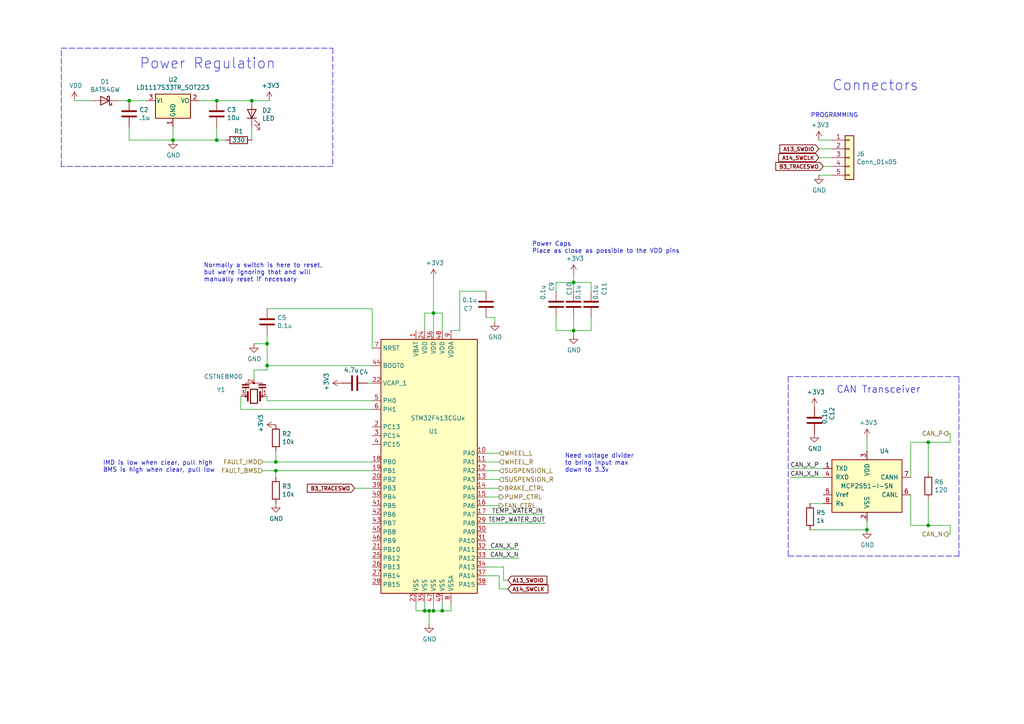
<source format=kicad_sch>
(kicad_sch (version 20211123) (generator eeschema)
  (paper "A4")
  (lib_symbols
    (symbol "Connector_Generic:Conn_01x05" (pin_names (offset 1.016) hide)
      (property "Reference" "J" (at 0 7.62 0))
      (property "Value" "Conn_01x05" (at 0 -7.62 0))
      (symbol "Conn_01x05_1_1"
        (rectangle (start -1.27 -4.953) (end 0 -5.207) (stroke (width 0.1524)))
        (rectangle (start -1.27 -2.413) (end 0 -2.667) (stroke (width 0.1524)))
        (rectangle (start -1.27 0.127) (end 0 -0.127) (stroke (width 0.1524)))
        (rectangle (start -1.27 2.667) (end 0 2.413) (stroke (width 0.1524)))
        (rectangle (start -1.27 5.207) (end 0 4.953) (stroke (width 0.1524)))
        (rectangle (start -1.27 6.35) (end 1.27 -6.35) (stroke (width 0.254)) (fill (type background)))
        (pin passive line (at -5.08 5.08 0) (length 3.81) (name "Pin_1") (number "1"))
        (pin passive line (at -5.08 2.54 0) (length 3.81) (name "Pin_2") (number "2"))
        (pin passive line (at -5.08 0 0) (length 3.81) (name "Pin_3") (number "3"))
        (pin passive line (at -5.08 -2.54 0) (length 3.81) (name "Pin_4") (number "4"))
        (pin passive line (at -5.08 -5.08 0) (length 3.81) (name "Pin_5") (number "5"))
      )
    )
    (symbol "Device:C" (pin_numbers hide) (pin_names (offset 0.254))
      (property "Reference" "C" (at 0.635 2.54 0))
      (property "Value" "C" (at 0.635 -2.54 0))
      (symbol "C_0_1"
        (polyline (pts (xy -2.032 -0.762) (xy 2.032 -0.762)) (stroke (width 0.508)))
        (polyline (pts (xy -2.032 0.762) (xy 2.032 0.762)) (stroke (width 0.508)))
      )
      (symbol "C_1_1"
        (pin passive line (at 0 3.81 270) (length 2.794) (name "~") (number "1"))
        (pin passive line (at 0 -3.81 90) (length 2.794) (name "~") (number "2"))
      )
    )
    (symbol "Device:D_Schottky" (pin_numbers hide) (pin_names (offset 1.016) hide)
      (property "Reference" "D" (at 0 2.54 0))
      (property "Value" "D_Schottky" (at 0 -2.54 0))
      (symbol "D_Schottky_0_1"
        (polyline (pts (xy 1.27 0) (xy -1.27 0)))
        (polyline (pts (xy 1.27 1.27) (xy 1.27 -1.27) (xy -1.27 0) (xy 1.27 1.27)) (stroke (width 0.254)))
        (polyline (pts (xy -1.905 0.635) (xy -1.905 1.27) (xy -1.27 1.27) (xy -1.27 -1.27) (xy -0.635 -1.27) (xy -0.635 -0.635)) (stroke (width 0.254)))
      )
      (symbol "D_Schottky_1_1"
        (pin passive line (at -3.81 0 0) (length 2.54) (name "K") (number "1"))
        (pin passive line (at 3.81 0 180) (length 2.54) (name "A") (number "2"))
      )
    )
    (symbol "Device:LED" (pin_numbers hide) (pin_names (offset 1.016) hide)
      (property "Reference" "D" (at 0 2.54 0))
      (property "Value" "LED" (at 0 -2.54 0))
      (symbol "LED_0_1"
        (polyline (pts (xy -1.27 -1.27) (xy -1.27 1.27)) (stroke (width 0.254)))
        (polyline (pts (xy -1.27 0) (xy 1.27 0)))
        (polyline (pts (xy 1.27 -1.27) (xy 1.27 1.27) (xy -1.27 0) (xy 1.27 -1.27)) (stroke (width 0.254)))
        (polyline (pts (xy -3.048 -0.762) (xy -4.572 -2.286) (xy -3.81 -2.286) (xy -4.572 -2.286) (xy -4.572 -1.524)))
        (polyline (pts (xy -1.778 -0.762) (xy -3.302 -2.286) (xy -2.54 -2.286) (xy -3.302 -2.286) (xy -3.302 -1.524)))
      )
      (symbol "LED_1_1"
        (pin passive line (at -3.81 0 0) (length 2.54) (name "K") (number "1"))
        (pin passive line (at 3.81 0 180) (length 2.54) (name "A") (number "2"))
      )
    )
    (symbol "Device:R" (pin_numbers hide) (pin_names (offset 0))
      (property "Reference" "R" (at 2.032 0 90))
      (property "Value" "R" (at 0 0 90))
      (symbol "R_0_1"
        (rectangle (start -1.016 -2.54) (end 1.016 2.54) (stroke (width 0.254)))
      )
      (symbol "R_1_1"
        (pin passive line (at 0 3.81 270) (length 1.27) (name "~") (number "1"))
        (pin passive line (at 0 -3.81 90) (length 1.27) (name "~") (number "2"))
      )
    )
    (symbol "Device:Resonator" (pin_names (offset 1.016) hide)
      (property "Reference" "Y" (at 0 5.715 0))
      (property "Value" "Resonator" (at 0 3.81 0))
      (symbol "Resonator_0_1"
        (rectangle (start -3.429 -3.175) (end -1.397 -3.429) (fill (type outline)))
        (rectangle (start -3.429 -2.413) (end -1.397 -2.667) (fill (type outline)))
        (circle (center -2.413 0) (radius 0.254) (fill (type outline)))
        (rectangle (start -1.016 2.032) (end 1.016 -2.032) (stroke (width 0.3048)))
        (circle (center 0 -3.81) (radius 0.254) (fill (type outline)))
        (polyline (pts (xy -2.413 -2.413) (xy -2.413 0)))
        (polyline (pts (xy -1.905 0) (xy -3.175 0)))
        (polyline (pts (xy -1.778 -1.27) (xy -1.778 1.27)) (stroke (width 0.508)))
        (polyline (pts (xy 1.778 -1.27) (xy 1.778 1.27)) (stroke (width 0.508)))
        (polyline (pts (xy 1.905 0) (xy 2.54 0)))
        (polyline (pts (xy 2.413 0) (xy 2.413 -2.54)))
        (polyline (pts (xy 2.413 -3.302) (xy 2.413 -3.81) (xy -2.413 -3.81) (xy -2.413 -3.302)))
        (rectangle (start 1.397 -3.175) (end 3.429 -3.429) (fill (type outline)))
        (rectangle (start 1.397 -2.413) (end 3.429 -2.667) (fill (type outline)))
        (circle (center 2.413 0) (radius 0.254) (fill (type outline)))
      )
      (symbol "Resonator_1_1"
        (pin passive line (at -3.81 0 0) (length 1.27) (name "1") (number "1"))
        (pin passive line (at 0 -5.08 90) (length 1.27) (name "2") (number "2"))
        (pin passive line (at 3.81 0 180) (length 1.27) (name "3") (number "3"))
      )
    )
    (symbol "Interface_CAN_LIN:MCP2551-I-SN" (pin_names (offset 1.016))
      (property "Reference" "U" (at -10.16 8.89 0))
      (property "Value" "MCP2551-I-SN" (at 2.54 8.89 0))
      (symbol "MCP2551-I-SN_0_1"
        (rectangle (start -10.16 7.62) (end 10.16 -7.62) (stroke (width 0.254)) (fill (type background)))
      )
      (symbol "MCP2551-I-SN_1_1"
        (pin input line (at -12.7 5.08 0) (length 2.54) (name "TXD") (number "1"))
        (pin power_in line (at 0 -10.16 90) (length 2.54) (name "VSS") (number "2"))
        (pin power_in line (at 0 10.16 270) (length 2.54) (name "VDD") (number "3"))
        (pin output line (at -12.7 2.54 0) (length 2.54) (name "RXD") (number "4"))
        (pin power_out line (at -12.7 -2.54 0) (length 2.54) (name "Vref") (number "5"))
        (pin bidirectional line (at 12.7 -2.54 180) (length 2.54) (name "CANL") (number "6"))
        (pin bidirectional line (at 12.7 2.54 180) (length 2.54) (name "CANH") (number "7"))
        (pin input line (at -12.7 -5.08 0) (length 2.54) (name "Rs") (number "8"))
      )
    )
    (symbol "MCU_ST_STM32F4:STM32F413CGUx"
      (property "Reference" "U" (at -15.24 36.83 0))
      (property "Value" "STM32F413CGUx" (at 7.62 36.83 0))
      (symbol "STM32F413CGUx_0_1"
        (rectangle (start -15.24 -38.1) (end 12.7 35.56) (stroke (width 0.254)) (fill (type background)))
      )
      (symbol "STM32F413CGUx_1_1"
        (pin power_in line (at -5.08 38.1 270) (length 2.54) (name "VBAT") (number "1"))
        (pin bidirectional line (at 15.24 2.54 180) (length 2.54) (name "PA0") (number "10"))
        (pin bidirectional line (at 15.24 0 180) (length 2.54) (name "PA1") (number "11"))
        (pin bidirectional line (at 15.24 -2.54 180) (length 2.54) (name "PA2") (number "12"))
        (pin bidirectional line (at 15.24 -5.08 180) (length 2.54) (name "PA3") (number "13"))
        (pin bidirectional line (at 15.24 -7.62 180) (length 2.54) (name "PA4") (number "14"))
        (pin bidirectional line (at 15.24 -10.16 180) (length 2.54) (name "PA5") (number "15"))
        (pin bidirectional line (at 15.24 -12.7 180) (length 2.54) (name "PA6") (number "16"))
        (pin bidirectional line (at 15.24 -15.24 180) (length 2.54) (name "PA7") (number "17"))
        (pin bidirectional line (at -17.78 0 0) (length 2.54) (name "PB0") (number "18"))
        (pin bidirectional line (at -17.78 -2.54 0) (length 2.54) (name "PB1") (number "19"))
        (pin bidirectional line (at -17.78 10.16 0) (length 2.54) (name "PC13") (number "2"))
        (pin bidirectional line (at -17.78 -5.08 0) (length 2.54) (name "PB2") (number "20"))
        (pin bidirectional line (at -17.78 -25.4 0) (length 2.54) (name "PB10") (number "21"))
        (pin power_in line (at -17.78 22.86 0) (length 2.54) (name "VCAP_1") (number "22"))
        (pin power_in line (at -5.08 -40.64 90) (length 2.54) (name "VSS") (number "23"))
        (pin power_in line (at -2.54 38.1 270) (length 2.54) (name "VDD") (number "24"))
        (pin bidirectional line (at -17.78 -27.94 0) (length 2.54) (name "PB12") (number "25"))
        (pin bidirectional line (at -17.78 -30.48 0) (length 2.54) (name "PB13") (number "26"))
        (pin bidirectional line (at -17.78 -33.02 0) (length 2.54) (name "PB14") (number "27"))
        (pin bidirectional line (at -17.78 -35.56 0) (length 2.54) (name "PB15") (number "28"))
        (pin bidirectional line (at 15.24 -17.78 180) (length 2.54) (name "PA8") (number "29"))
        (pin bidirectional line (at -17.78 7.62 0) (length 2.54) (name "PC14") (number "3"))
        (pin bidirectional line (at 15.24 -20.32 180) (length 2.54) (name "PA9") (number "30"))
        (pin bidirectional line (at 15.24 -22.86 180) (length 2.54) (name "PA10") (number "31"))
        (pin bidirectional line (at 15.24 -25.4 180) (length 2.54) (name "PA11") (number "32"))
        (pin bidirectional line (at 15.24 -27.94 180) (length 2.54) (name "PA12") (number "33"))
        (pin bidirectional line (at 15.24 -30.48 180) (length 2.54) (name "PA13") (number "34"))
        (pin power_in line (at -2.54 -40.64 90) (length 2.54) (name "VSS") (number "35"))
        (pin power_in line (at 0 38.1 270) (length 2.54) (name "VDD") (number "36"))
        (pin bidirectional line (at 15.24 -33.02 180) (length 2.54) (name "PA14") (number "37"))
        (pin bidirectional line (at 15.24 -35.56 180) (length 2.54) (name "PA15") (number "38"))
        (pin bidirectional line (at -17.78 -7.62 0) (length 2.54) (name "PB3") (number "39"))
        (pin bidirectional line (at -17.78 5.08 0) (length 2.54) (name "PC15") (number "4"))
        (pin bidirectional line (at -17.78 -10.16 0) (length 2.54) (name "PB4") (number "40"))
        (pin bidirectional line (at -17.78 -12.7 0) (length 2.54) (name "PB5") (number "41"))
        (pin bidirectional line (at -17.78 -15.24 0) (length 2.54) (name "PB6") (number "42"))
        (pin bidirectional line (at -17.78 -17.78 0) (length 2.54) (name "PB7") (number "43"))
        (pin input line (at -17.78 27.94 0) (length 2.54) (name "BOOT0") (number "44"))
        (pin bidirectional line (at -17.78 -20.32 0) (length 2.54) (name "PB8") (number "45"))
        (pin bidirectional line (at -17.78 -22.86 0) (length 2.54) (name "PB9") (number "46"))
        (pin power_in line (at 0 -40.64 90) (length 2.54) (name "VSS") (number "47"))
        (pin power_in line (at 2.54 38.1 270) (length 2.54) (name "VDD") (number "48"))
        (pin power_in line (at 2.54 -40.64 90) (length 2.54) (name "VSS") (number "49"))
        (pin input line (at -17.78 17.78 0) (length 2.54) (name "PH0") (number "5"))
        (pin input line (at -17.78 15.24 0) (length 2.54) (name "PH1") (number "6"))
        (pin input line (at -17.78 33.02 0) (length 2.54) (name "NRST") (number "7"))
        (pin power_in line (at 5.08 -40.64 90) (length 2.54) (name "VSSA") (number "8"))
        (pin power_in line (at 5.08 38.1 270) (length 2.54) (name "VDDA") (number "9"))
      )
    )
    (symbol "Regulator_Linear:LD1117S33TR_SOT223" (pin_names (offset 0.254))
      (property "Reference" "U" (at -3.81 3.175 0))
      (property "Value" "LD1117S33TR_SOT223" (at 0 3.175 0))
      (symbol "LD1117S33TR_SOT223_0_1"
        (rectangle (start -5.08 -5.08) (end 5.08 1.905) (stroke (width 0.254)) (fill (type background)))
      )
      (symbol "LD1117S33TR_SOT223_1_1"
        (pin power_in line (at 0 -7.62 90) (length 2.54) (name "GND") (number "1"))
        (pin power_out line (at 7.62 0 180) (length 2.54) (name "VO") (number "2"))
        (pin power_in line (at -7.62 0 0) (length 2.54) (name "VI") (number "3"))
      )
    )
    (symbol "power:+3.3V" (power) (pin_names (offset 0))
      (property "Value" "+3.3V" (at 0 3.556 0))
      (symbol "+3.3V_0_1"
        (polyline (pts (xy -0.762 1.27) (xy 0 2.54)))
        (polyline (pts (xy 0 0) (xy 0 2.54)))
        (polyline (pts (xy 0 2.54) (xy 0.762 1.27)))
      )
      (symbol "+3.3V_1_1"
        (pin power_in line (at 0 0 90) (length 0) hide (name "+3V3") (number "1"))
      )
    )
    (symbol "power:GND" (power) (pin_names (offset 0))
      (property "Value" "GND" (at 0 -3.81 0))
      (symbol "GND_0_1"
        (polyline (pts (xy 0 0) (xy 0 -1.27) (xy 1.27 -1.27) (xy 0 -2.54) (xy -1.27 -1.27) (xy 0 -1.27)))
      )
      (symbol "GND_1_1"
        (pin power_in line (at 0 0 270) (length 0) hide (name "GND") (number "1"))
      )
    )
    (symbol "power:VDD" (power) (pin_names (offset 0))
      (property "Value" "VDD" (at 0 3.81 0))
      (symbol "VDD_0_1"
        (polyline (pts (xy -0.762 1.27) (xy 0 2.54)))
        (polyline (pts (xy 0 0) (xy 0 2.54)))
        (polyline (pts (xy 0 2.54) (xy 0.762 1.27)))
      )
      (symbol "VDD_1_1"
        (pin power_in line (at 0 0 90) (length 0) hide (name "VDD") (number "1"))
      )
    )
  )
  (junction (at 128.27 177.165))
  (junction (at 166.37 95.885))
  (junction (at 50.165 40.64))
  (junction (at 251.46 153.67))
  (junction (at 125.73 177.165))
  (junction (at 269.24 152.4))
  (junction (at 62.865 29.21))
  (junction (at 73.025 29.21))
  (junction (at 80.01 136.525))
  (junction (at 125.73 90.805))
  (junction (at 80.01 133.985))
  (junction (at 37.465 29.21))
  (junction (at 123.19 177.165))
  (junction (at 269.24 128.27))
  (junction (at 124.46 177.165))
  (junction (at 166.37 81.915))
  (junction (at 77.47 106.045))
  (junction (at 62.865 40.64))
  (junction (at 77.47 99.695))
  (wire (pts (xy 234.95 153.67) (xy 251.46 153.67)))
  (wire (pts (xy 274.955 125.73) (xy 275.59 125.73)))
  (wire (pts (xy 146.05 164.465) (xy 140.97 164.465)))
  (wire (pts (xy 125.73 177.165) (xy 128.27 177.165)))
  (wire (pts (xy 107.95 116.205) (xy 77.47 116.205)))
  (wire (pts (xy 62.865 36.83) (xy 62.865 40.64)))
  (wire (pts (xy 73.025 40.64) (xy 73.025 36.83)))
  (wire (pts (xy 146.05 168.275) (xy 146.05 164.465)))
  (wire (pts (xy 125.73 177.165) (xy 125.73 174.625)))
  (polyline (pts (xy 17.78 48.26) (xy 17.78 13.97)))
  (polyline (pts (xy 278.13 109.22) (xy 228.6 109.22)))
  (wire (pts (xy 171.45 81.915) (xy 171.45 84.455)))
  (wire (pts (xy 80.01 133.985) (xy 76.2 133.985)))
  (wire (pts (xy 147.32 168.275) (xy 146.05 168.275)))
  (polyline (pts (xy 228.6 109.22) (xy 228.6 161.29)))
  (wire (pts (xy 37.465 40.64) (xy 50.165 40.64)))
  (wire (pts (xy 107.95 89.535) (xy 107.95 100.965)))
  (wire (pts (xy 150.495 161.925) (xy 140.97 161.925)))
  (wire (pts (xy 124.46 180.975) (xy 124.46 177.165)))
  (wire (pts (xy 77.47 106.045) (xy 77.47 99.695)))
  (wire (pts (xy 124.46 177.165) (xy 123.19 177.165)))
  (wire (pts (xy 128.27 177.165) (xy 128.27 174.625)))
  (wire (pts (xy 73.66 107.315) (xy 77.47 107.315)))
  (wire (pts (xy 144.78 131.445) (xy 140.97 131.445)))
  (wire (pts (xy 77.47 99.695) (xy 77.47 97.155)))
  (wire (pts (xy 144.78 141.605) (xy 140.97 141.605)))
  (wire (pts (xy 123.19 174.625) (xy 123.19 177.165)))
  (wire (pts (xy 269.24 152.4) (xy 275.59 152.4)))
  (wire (pts (xy 166.37 92.075) (xy 166.37 95.885)))
  (wire (pts (xy 102.87 141.605) (xy 107.95 141.605)))
  (wire (pts (xy 229.235 138.43) (xy 238.76 138.43)))
  (wire (pts (xy 166.37 84.455) (xy 166.37 81.915)))
  (wire (pts (xy 80.01 138.43) (xy 80.01 136.525)))
  (wire (pts (xy 125.73 90.805) (xy 125.73 95.885)))
  (wire (pts (xy 50.165 36.83) (xy 50.165 40.64)))
  (wire (pts (xy 144.78 167.005) (xy 144.78 170.815)))
  (wire (pts (xy 144.78 170.815) (xy 147.32 170.815)))
  (wire (pts (xy 269.24 128.27) (xy 275.59 128.27)))
  (wire (pts (xy 77.47 116.205) (xy 77.47 114.935)))
  (wire (pts (xy 166.37 95.885) (xy 166.37 97.155)))
  (wire (pts (xy 241.3 40.64) (xy 237.49 40.64)))
  (wire (pts (xy 166.37 81.915) (xy 171.45 81.915)))
  (wire (pts (xy 161.29 92.075) (xy 161.29 95.885)))
  (wire (pts (xy 234.95 146.05) (xy 238.76 146.05)))
  (wire (pts (xy 238.76 48.26) (xy 241.3 48.26)))
  (wire (pts (xy 106.68 111.125) (xy 107.95 111.125)))
  (wire (pts (xy 171.45 92.075) (xy 171.45 95.885)))
  (wire (pts (xy 37.465 36.83) (xy 37.465 40.64)))
  (wire (pts (xy 144.78 133.985) (xy 140.97 133.985)))
  (wire (pts (xy 120.65 177.165) (xy 120.65 174.625)))
  (wire (pts (xy 229.235 135.89) (xy 238.76 135.89)))
  (wire (pts (xy 144.78 167.005) (xy 140.97 167.005)))
  (wire (pts (xy 241.3 45.72) (xy 237.49 45.72)))
  (wire (pts (xy 161.29 84.455) (xy 161.29 81.915)))
  (wire (pts (xy 128.27 90.805) (xy 128.27 95.885)))
  (wire (pts (xy 125.73 80.645) (xy 125.73 90.805)))
  (wire (pts (xy 125.73 90.805) (xy 123.19 90.805)))
  (polyline (pts (xy 96.52 13.97) (xy 96.52 48.26)))
  (wire (pts (xy 107.95 106.045) (xy 77.47 106.045)))
  (wire (pts (xy 140.97 151.765) (xy 158.115 151.765)))
  (wire (pts (xy 140.97 136.525) (xy 144.78 136.525)))
  (wire (pts (xy 128.27 177.165) (xy 130.81 177.165)))
  (polyline (pts (xy 17.78 13.97) (xy 96.52 13.97)))
  (wire (pts (xy 140.97 92.075) (xy 143.51 92.075)))
  (wire (pts (xy 237.49 43.18) (xy 241.3 43.18)))
  (wire (pts (xy 161.29 95.885) (xy 166.37 95.885)))
  (wire (pts (xy 80.01 136.525) (xy 107.95 136.525)))
  (wire (pts (xy 133.35 84.455) (xy 133.35 95.885)))
  (wire (pts (xy 269.24 144.78) (xy 269.24 152.4)))
  (wire (pts (xy 264.16 128.27) (xy 264.16 138.43)))
  (wire (pts (xy 264.16 152.4) (xy 269.24 152.4)))
  (wire (pts (xy 73.66 109.855) (xy 73.66 107.315)))
  (wire (pts (xy 50.165 40.64) (xy 62.865 40.64)))
  (wire (pts (xy 34.29 29.21) (xy 37.465 29.21)))
  (wire (pts (xy 166.37 95.885) (xy 171.45 95.885)))
  (wire (pts (xy 125.73 90.805) (xy 128.27 90.805)))
  (wire (pts (xy 123.19 177.165) (xy 120.65 177.165)))
  (wire (pts (xy 77.47 89.535) (xy 107.95 89.535)))
  (wire (pts (xy 37.465 29.21) (xy 42.545 29.21)))
  (wire (pts (xy 275.59 154.94) (xy 274.955 154.94)))
  (wire (pts (xy 275.59 125.73) (xy 275.59 128.27)))
  (wire (pts (xy 69.85 114.935) (xy 69.85 118.745)))
  (wire (pts (xy 144.78 144.145) (xy 140.97 144.145)))
  (wire (pts (xy 80.01 130.81) (xy 80.01 133.985)))
  (wire (pts (xy 144.78 146.685) (xy 140.97 146.685)))
  (wire (pts (xy 73.025 29.21) (xy 78.105 29.21)))
  (wire (pts (xy 251.46 127) (xy 251.46 130.81)))
  (wire (pts (xy 161.29 81.915) (xy 166.37 81.915)))
  (wire (pts (xy 130.81 177.165) (xy 130.81 174.625)))
  (wire (pts (xy 80.01 133.985) (xy 107.95 133.985)))
  (wire (pts (xy 62.865 29.21) (xy 73.025 29.21)))
  (wire (pts (xy 124.46 177.165) (xy 125.73 177.165)))
  (wire (pts (xy 21.59 29.21) (xy 26.67 29.21)))
  (wire (pts (xy 143.51 92.075) (xy 143.51 93.345)))
  (wire (pts (xy 80.01 136.525) (xy 76.2 136.525)))
  (wire (pts (xy 275.59 152.4) (xy 275.59 154.94)))
  (wire (pts (xy 264.16 128.27) (xy 269.24 128.27)))
  (wire (pts (xy 77.47 107.315) (xy 77.47 106.045)))
  (wire (pts (xy 62.865 29.21) (xy 57.785 29.21)))
  (wire (pts (xy 150.495 159.385) (xy 140.97 159.385)))
  (wire (pts (xy 133.35 95.885) (xy 130.81 95.885)))
  (wire (pts (xy 251.46 151.13) (xy 251.46 153.67)))
  (wire (pts (xy 69.85 118.745) (xy 107.95 118.745)))
  (polyline (pts (xy 278.13 161.29) (xy 278.13 109.22)))
  (wire (pts (xy 140.97 139.065) (xy 144.78 139.065)))
  (polyline (pts (xy 96.52 48.26) (xy 17.78 48.26)))
  (wire (pts (xy 237.49 50.8) (xy 241.3 50.8)))
  (wire (pts (xy 264.16 143.51) (xy 264.16 152.4)))
  (polyline (pts (xy 228.6 161.29) (xy 278.13 161.29)))
  (wire (pts (xy 62.865 40.64) (xy 65.405 40.64)))
  (wire (pts (xy 166.37 81.915) (xy 166.37 79.375)))
  (wire (pts (xy 140.97 149.225) (xy 157.48 149.225)))
  (wire (pts (xy 73.66 99.695) (xy 77.47 99.695)))
  (wire (pts (xy 269.24 137.16) (xy 269.24 128.27)))
  (wire (pts (xy 133.35 84.455) (xy 140.97 84.455)))
  (wire (pts (xy 123.19 90.805) (xy 123.19 95.885)))
  (text "CAN Transceiver" (at 242.57 114.3 0) (effects (font (size 2.0066 2.0066)) (justify left bottom)))
  (text "Normally a switch is here to reset,\nbut we're ignoring that and will \nmanually reset if necessary" (at 59.055 81.915 0) (effects (font (size 1.27 1.27)) (justify left bottom)))
  (text "IMD is low when clear, pull high\nBMS is high when clear, pull low" (at 29.845 137.16 0) (effects (font (size 1.27 1.27)) (justify left bottom)))
  (text "Need voltage divider\nto bring input max \ndown to 3.3v" (at 163.83 137.16 0) (effects (font (size 1.27 1.27)) (justify left bottom)))
  (text "Power Regulation" (at 80.01 20.32 180) (effects (font (size 2.9972 2.9972)) (justify right bottom)))
  (text "Connectors" (at 241.3 26.67 0) (effects (font (size 2.9972 2.9972)) (justify left bottom)))
  (text "Power Caps\nPlace as close as possible to the VDD pins" (at 154.305 73.66 0) (effects (font (size 1.27 1.27)) (justify left bottom)))
  (text "PROGRAMMING" (at 248.92 34.29 180) (effects (font (size 1.27 1.27)) (justify right bottom)))
  (label "CAN_X_P" (at 229.235 135.89 0))
  (label "CAN_X_N" (at 150.495 161.925 180))
  (label "TEMP_WATER_OUT" (at 158.115 151.765 180))
  (label "CAN_X_N" (at 229.235 138.43 0))
  (label "TEMP_WATER_IN" (at 157.48 149.225 180))
  (label "CAN_X_P" (at 150.495 159.385 180))
  (global_label "B3_TRACESWO" (shape input) (at 238.76 48.26 180) (effects (font (size 1.0922 1.0922) (thickness 0.2184) bold)) (property "Intersheet References" "${INTERSHEET_REFS}" (effects hide)))
  (global_label "A14_SWCLK" (shape input) (at 237.49 45.72 180) (effects (font (size 1.0922 1.0922) (thickness 0.2184) bold)) (property "Intersheet References" "${INTERSHEET_REFS}" (effects hide)))
  (global_label "A14_SWCLK" (shape input) (at 147.32 170.815 0) (effects (font (size 1.0922 1.0922) (thickness 0.2184) bold)) (property "Intersheet References" "${INTERSHEET_REFS}" (effects hide)))
  (global_label "B3_TRACESWO" (shape input) (at 102.87 141.605 180) (effects (font (size 1.0922 1.0922) (thickness 0.2184) bold)) (property "Intersheet References" "${INTERSHEET_REFS}" (effects hide)))
  (global_label "A13_SWDIO" (shape input) (at 147.32 168.275 0) (effects (font (size 1.0922 1.0922) (thickness 0.2184) bold)) (property "Intersheet References" "${INTERSHEET_REFS}" (effects hide)))
  (global_label "A13_SWDIO" (shape input) (at 237.49 43.18 180) (effects (font (size 1.0922 1.0922) (thickness 0.2184) bold)) (property "Intersheet References" "${INTERSHEET_REFS}" (effects hide)))
  (hierarchical_label "FAN_CTRL" (shape output) (at 144.78 146.685 0))
  (hierarchical_label "SUSPENSION_L" (shape input) (at 144.78 136.525 0))
  (hierarchical_label "PUMP_CTRL" (shape output) (at 144.78 144.145 0))
  (hierarchical_label "CAN_N" (shape output) (at 274.955 154.94 180))
  (hierarchical_label "WHEEL_R" (shape input) (at 144.78 133.985 0))
  (hierarchical_label "SUSPENSION_R" (shape input) (at 144.78 139.065 0))
  (hierarchical_label "BRAKE_CTRL" (shape output) (at 144.78 141.605 0))
  (hierarchical_label "FAULT_IMD" (shape input) (at 76.2 133.985 180))
  (hierarchical_label "WHEEL_L" (shape input) (at 144.78 131.445 0))
  (hierarchical_label "CAN_P" (shape output) (at 274.955 125.73 180))
  (hierarchical_label "FAULT_BMS" (shape input) (at 76.2 136.525 180))
  (symbol (lib_id "MCU_ST_STM32F4:STM32F413CGUx") (at 125.73 133.985 0) (unit 1)
    (property "Reference" "U1" (at 125.73 125.095 0))
    (property "Value" "STM32F413CGUx" (at 127 121.285 0))
    (property "Footprint" "Package_DFN_QFN:QFN-48-1EP_7x7mm_P0.5mm_EP5.6x5.6mm" (effects hide))
    (property "Datasheet" "http://www.st.com/st-web-ui/static/active/en/resource/technical/document/datasheet/DM00282249.pdf" (effects hide))
  )
  (symbol (lib_id "Regulator_Linear:LD1117S33TR_SOT223") (at 50.165 29.21 0) (unit 1)
    (property "Reference" "U2" (at 50.165 23.0632 0))
    (property "Value" "LD1117S33TR_SOT223" (at 50.165 25.3746 0))
    (property "Footprint" "Package_TO_SOT_SMD:SOT-223-3_TabPin2" (effects hide))
    (property "Datasheet" "http://www.st.com/st-web-ui/static/active/en/resource/technical/document/datasheet/CD00000544.pdf" (effects hide))
  )
  (symbol (lib_id "Device:C") (at 37.465 33.02 0) (unit 1)
    (property "Reference" "C2" (at 40.386 31.8516 0) (effects (justify left)))
    (property "Value" ".1u" (at 40.386 34.163 0) (effects (justify left)))
    (property "Footprint" "Capacitor_SMD:C_0603_1608Metric_Pad1.08x0.95mm_HandSolder" (effects hide))
  )
  (symbol (lib_id "Device:C") (at 62.865 33.02 0) (unit 1)
    (property "Reference" "C3" (at 65.786 31.8516 0) (effects (justify left)))
    (property "Value" "10u" (at 65.786 34.163 0) (effects (justify left)))
    (property "Footprint" "Capacitor_SMD:C_0603_1608Metric_Pad1.08x0.95mm_HandSolder" (effects hide))
  )
  (symbol (lib_id "Device:D_Schottky") (at 30.48 29.21 180) (unit 1)
    (property "Reference" "D1" (at 30.48 23.6982 0))
    (property "Value" "BAT54GW" (at 30.48 26.0096 0))
    (property "Footprint" "Diode_SMD:D_SMB" (effects hide))
  )
  (symbol (lib_id "Device:LED") (at 73.025 33.02 90) (unit 1)
    (property "Reference" "D2" (at 76.0222 32.0294 90) (effects (justify right)))
    (property "Value" "LED" (at 76.0222 34.3408 90) (effects (justify right)))
    (property "Footprint" "LED_SMD:LED_0603_1608Metric_Pad1.05x0.95mm_HandSolder" (effects hide))
  )
  (symbol (lib_id "Device:R") (at 69.215 40.64 90) (unit 1)
    (property "Reference" "R1" (at 69.215 38.1 90))
    (property "Value" "330" (at 69.215 40.64 90))
    (property "Footprint" "Resistor_SMD:R_0603_1608Metric_Pad0.98x0.95mm_HandSolder" (effects hide))
  )
  (symbol (lib_id "power:GND") (at 50.165 40.64 0) (unit 1)
    (property "Reference" "#PWR0103" (effects hide))
    (property "Value" "GND" (at 50.292 45.0342 0))
  )
  (symbol (lib_id "power:+3.3V") (at 78.105 29.21 0) (unit 1)
    (property "Reference" "#PWR0104" (effects hide))
    (property "Value" "+3.3V" (at 78.486 24.8158 0))
  )
  (symbol (lib_id "Device:C") (at 77.47 93.345 0) (unit 1)
    (property "Reference" "C5" (at 80.391 92.1766 0) (effects (justify left)))
    (property "Value" "0.1u" (at 80.391 94.488 0) (effects (justify left)))
    (property "Footprint" "Capacitor_SMD:C_0603_1608Metric_Pad1.08x0.95mm_HandSolder" (effects hide))
  )
  (symbol (lib_id "power:GND") (at 73.66 99.695 0) (unit 1)
    (property "Reference" "#PWR0122" (effects hide))
    (property "Value" "GND" (at 73.787 104.0892 0))
  )
  (symbol (lib_id "power:+3.3V") (at 125.73 80.645 0) (unit 1)
    (property "Reference" "#PWR0123" (effects hide))
    (property "Value" "+3.3V" (at 126.111 76.2508 0))
  )
  (symbol (lib_id "power:+3.3V") (at 166.37 79.375 0) (unit 1)
    (property "Reference" "#PWR0127" (effects hide))
    (property "Value" "+3.3V" (at 166.751 74.9808 0))
  )
  (symbol (lib_id "Device:C") (at 161.29 88.265 0) (unit 1)
    (property "Reference" "C9" (at 160.02 84.455 90) (effects (justify left)))
    (property "Value" "0.1u" (at 157.48 86.995 90) (effects (justify left)))
    (property "Footprint" "Capacitor_SMD:C_0603_1608Metric_Pad1.08x0.95mm_HandSolder" (effects hide))
  )
  (symbol (lib_id "Device:C") (at 166.37 88.265 0) (unit 1)
    (property "Reference" "C10" (at 165.1 85.725 90) (effects (justify left)))
    (property "Value" "0.1u" (at 167.64 86.995 90) (effects (justify left)))
    (property "Footprint" "Capacitor_SMD:C_0603_1608Metric_Pad1.08x0.95mm_HandSolder" (effects hide))
  )
  (symbol (lib_id "Device:C") (at 171.45 88.265 0) (unit 1)
    (property "Reference" "C11" (at 175.26 85.725 90) (effects (justify left)))
    (property "Value" "0.1u" (at 172.72 86.995 90) (effects (justify left)))
    (property "Footprint" "Capacitor_SMD:C_0603_1608Metric_Pad1.08x0.95mm_HandSolder" (effects hide))
  )
  (symbol (lib_id "power:GND") (at 124.46 180.975 0) (unit 1)
    (property "Reference" "#PWR0124" (effects hide))
    (property "Value" "GND" (at 124.587 185.3692 0))
  )
  (symbol (lib_id "Interface_CAN_LIN:MCP2551-I-SN") (at 251.46 140.97 0) (unit 1)
    (property "Reference" "U4" (at 256.54 130.81 0))
    (property "Value" "MCP2551-I-SN" (at 251.46 140.97 0))
    (property "Footprint" "Package_SO:SOIC-8_3.9x4.9mm_P1.27mm" (effects hide))
    (property "Datasheet" "http://ww1.microchip.com/downloads/en/devicedoc/21667d.pdf" (effects hide))
  )
  (symbol (lib_id "power:GND") (at 166.37 97.155 0) (unit 1)
    (property "Reference" "#PWR0125" (effects hide))
    (property "Value" "GND" (at 166.497 101.5492 0))
  )
  (symbol (lib_id "Device:C") (at 140.97 88.265 180) (unit 1)
    (property "Reference" "C7" (at 137.16 89.535 0) (effects (justify left)))
    (property "Value" "0.1u" (at 138.43 86.995 0) (effects (justify left)))
    (property "Footprint" "Capacitor_SMD:C_0603_1608Metric_Pad1.08x0.95mm_HandSolder" (effects hide))
  )
  (symbol (lib_id "Device:C") (at 236.22 121.92 0) (unit 1)
    (property "Reference" "C12" (at 241.3 121.92 90) (effects (justify left)))
    (property "Value" "0.1u" (at 239.141 123.063 90) (effects (justify left)))
    (property "Footprint" "Capacitor_SMD:C_0603_1608Metric_Pad1.08x0.95mm_HandSolder" (effects hide))
  )
  (symbol (lib_id "power:GND") (at 143.51 93.345 0) (unit 1)
    (property "Reference" "#PWR0126" (effects hide))
    (property "Value" "GND" (at 143.637 97.7392 0))
  )
  (symbol (lib_id "power:+3.3V") (at 251.46 127 0) (unit 1)
    (property "Reference" "#PWR0128" (effects hide))
    (property "Value" "+3.3V" (at 251.841 122.6058 0))
  )
  (symbol (lib_id "power:GND") (at 251.46 153.67 0) (unit 1)
    (property "Reference" "#PWR0129" (effects hide))
    (property "Value" "GND" (at 251.587 158.0642 0))
  )
  (symbol (lib_id "power:GND") (at 236.22 125.73 0) (unit 1)
    (property "Reference" "#PWR0130" (effects hide))
    (property "Value" "GND" (at 236.347 130.1242 0))
  )
  (symbol (lib_id "power:+3.3V") (at 236.22 118.11 0) (unit 1)
    (property "Reference" "#PWR0131" (effects hide))
    (property "Value" "+3.3V" (at 236.601 113.7158 0))
  )
  (symbol (lib_id "Device:R") (at 269.24 140.97 0) (unit 1)
    (property "Reference" "R6" (at 271.018 139.8016 0) (effects (justify left)))
    (property "Value" "120" (at 271.018 142.113 0) (effects (justify left)))
    (property "Footprint" "Resistor_SMD:R_0603_1608Metric_Pad0.98x0.95mm_HandSolder" (effects hide))
  )
  (symbol (lib_id "Device:R") (at 234.95 149.86 0) (unit 1)
    (property "Reference" "R5" (at 236.728 148.6916 0) (effects (justify left)))
    (property "Value" "1k" (at 236.728 151.003 0) (effects (justify left)))
    (property "Footprint" "Resistor_SMD:R_0603_1608Metric_Pad0.98x0.95mm_HandSolder" (effects hide))
  )
  (symbol (lib_id "power:+3.3V") (at 237.49 40.64 0) (unit 1)
    (property "Reference" "#PWR0132" (effects hide))
    (property "Value" "+3.3V" (at 237.871 36.2458 0))
  )
  (symbol (lib_id "power:GND") (at 237.49 50.8 0) (unit 1)
    (property "Reference" "#PWR0133" (effects hide))
    (property "Value" "GND" (at 237.617 55.1942 0))
  )
  (symbol (lib_id "power:VDD") (at 21.59 29.21 0) (unit 1)
    (property "Reference" "#PWR0134" (effects hide))
    (property "Value" "VDD" (at 21.971 24.8158 0))
  )
  (symbol (lib_id "Connector_Generic:Conn_01x05") (at 246.38 45.72 0) (unit 1)
    (property "Reference" "J6" (at 248.412 44.6532 0) (effects (justify left)))
    (property "Value" "Conn_01x05" (at 248.412 46.9646 0) (effects (justify left)))
    (property "Footprint" "Connector_JST:JST_XH_B5B-XH-A_1x05_P2.50mm_Vertical" (effects hide))
  )
  (symbol (lib_id "Device:R") (at 80.01 127 0) (unit 1)
    (property "Reference" "R2" (at 81.788 125.8316 0) (effects (justify left)))
    (property "Value" "10k" (at 81.788 128.143 0) (effects (justify left)))
    (property "Footprint" "Resistor_SMD:R_0603_1608Metric_Pad0.98x0.95mm_HandSolder" (effects hide))
  )
  (symbol (lib_id "power:+3.3V") (at 80.01 123.19 90) (unit 1)
    (property "Reference" "#PWR0135" (effects hide))
    (property "Value" "+3.3V" (at 75.6158 122.809 0))
  )
  (symbol (lib_id "Device:R") (at 80.01 142.24 0) (unit 1)
    (property "Reference" "R3" (at 81.788 141.0716 0) (effects (justify left)))
    (property "Value" "10k" (at 81.788 143.383 0) (effects (justify left)))
    (property "Footprint" "Resistor_SMD:R_0603_1608Metric_Pad0.98x0.95mm_HandSolder" (effects hide))
  )
  (symbol (lib_id "power:GND") (at 80.01 146.05 0) (unit 1)
    (property "Reference" "#PWR0136" (effects hide))
    (property "Value" "GND" (at 80.137 150.4442 0))
  )
  (symbol (lib_id "power:+3.3V") (at 99.06 111.125 90) (unit 1)
    (property "Reference" "#PWR0142" (effects hide))
    (property "Value" "+3.3V" (at 94.6658 110.744 0))
  )
  (symbol (lib_id "Device:C") (at 102.87 111.125 270) (unit 1)
    (property "Reference" "C4" (at 104.14 107.95 90) (effects (justify left)))
    (property "Value" "4.7u" (at 99.695 107.315 90) (effects (justify left)))
    (property "Footprint" "Capacitor_SMD:C_0603_1608Metric_Pad1.08x0.95mm_HandSolder" (effects hide))
  )
  (symbol (lib_id "Device:Resonator") (at 73.66 114.935 180) (unit 1)
    (property "Reference" "Y1" (at 64.135 113.03 0))
    (property "Value" "CSTNE8M00" (at 64.77 109.22 0))
    (property "Footprint" "AERO_Footprints:Resonator_SMD_muRata_CSTxExxV-3Pin_3.0x1.1mm_HandSoldering" (effects hide))
  )
)
</source>
